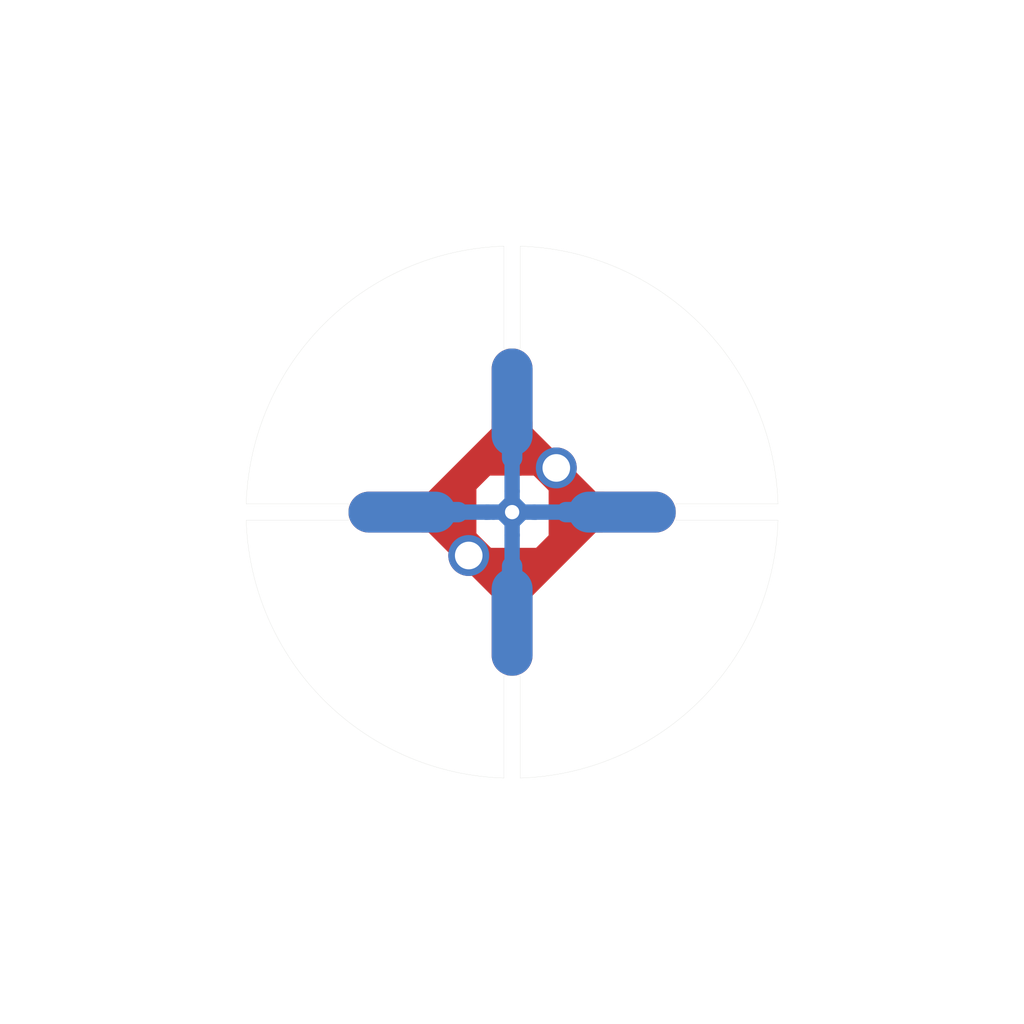
<source format=kicad_pcb>
(kicad_pcb (version 20171130) (host pcbnew "(5.1.6)-1")

  (general
    (thickness 1.6)
    (drawings 18)
    (tracks 136)
    (zones 0)
    (modules 5)
    (nets 3)
  )

  (page A4)
  (layers
    (0 F.Cu signal)
    (31 B.Cu signal)
    (32 B.Adhes user)
    (33 F.Adhes user)
    (34 B.Paste user)
    (35 F.Paste user)
    (36 B.SilkS user)
    (37 F.SilkS user)
    (38 B.Mask user)
    (39 F.Mask user)
    (40 Dwgs.User user)
    (41 Cmts.User user)
    (42 Eco1.User user)
    (43 Eco2.User user)
    (44 Edge.Cuts user)
    (45 Margin user)
    (46 B.CrtYd user hide)
    (47 F.CrtYd user hide)
    (48 B.Fab user hide)
    (49 F.Fab user hide)
  )

  (setup
    (last_trace_width 1.5)
    (user_trace_width 0.5)
    (user_trace_width 1)
    (user_trace_width 2)
    (trace_clearance 0.2)
    (zone_clearance 0.508)
    (zone_45_only no)
    (trace_min 0.2)
    (via_size 0.8)
    (via_drill 0.4)
    (via_min_size 0.4)
    (via_min_drill 0.3)
    (uvia_size 0.3)
    (uvia_drill 0.1)
    (uvias_allowed no)
    (uvia_min_size 0.2)
    (uvia_min_drill 0.1)
    (edge_width 0.02)
    (segment_width 0.2)
    (pcb_text_width 0.3)
    (pcb_text_size 1.5 1.5)
    (mod_edge_width 0.15)
    (mod_text_size 1 1)
    (mod_text_width 0.15)
    (pad_size 2.7 2.7)
    (pad_drill 2.7)
    (pad_to_mask_clearance 0.051)
    (solder_mask_min_width 0.25)
    (aux_axis_origin 0 0)
    (visible_elements 7EFFFF7F)
    (pcbplotparams
      (layerselection 0x01000_ffffffff)
      (usegerberextensions false)
      (usegerberattributes false)
      (usegerberadvancedattributes false)
      (creategerberjobfile false)
      (excludeedgelayer true)
      (linewidth 0.100000)
      (plotframeref false)
      (viasonmask false)
      (mode 1)
      (useauxorigin false)
      (hpglpennumber 1)
      (hpglpenspeed 20)
      (hpglpendiameter 15.000000)
      (psnegative false)
      (psa4output false)
      (plotreference true)
      (plotvalue true)
      (plotinvisibletext false)
      (padsonsilk false)
      (subtractmaskfromsilk false)
      (outputformat 1)
      (mirror false)
      (drillshape 0)
      (scaleselection 1)
      (outputdirectory "CAM/"))
  )

  (net 0 "")
  (net 1 /slot_r)
  (net 2 /slot_l)

  (net_class Default "This is the default net class."
    (clearance 0.2)
    (trace_width 1.5)
    (via_dia 0.8)
    (via_drill 0.4)
    (uvia_dia 0.3)
    (uvia_drill 0.1)
    (add_net /slot_l)
    (add_net /slot_r)
  )

  (module MountingHole:MountingHole_2.7mm_M2.5 (layer F.Cu) (tedit 5DF273BA) (tstamp 5F8E53F9)
    (at -15 -15 90)
    (descr "Mounting Hole 2.7mm, no annular, M2.5")
    (tags "mounting hole 2.7mm no annular m2.5")
    (attr virtual)
    (fp_text reference REF** (at 0 -3.7 90) (layer F.SilkS) hide
      (effects (font (size 1 1) (thickness 0.15)))
    )
    (fp_text value MountingHole_2.7mm_M2.5 (at 0 3.7 90) (layer F.Fab)
      (effects (font (size 1 1) (thickness 0.15)))
    )
    (fp_circle (center 0 0) (end 2.7 0) (layer Cmts.User) (width 0.15))
    (fp_circle (center 0 0) (end 2.95 0) (layer F.CrtYd) (width 0.05))
    (fp_text user %R (at 0.3 0 90) (layer F.Fab)
      (effects (font (size 1 1) (thickness 0.15)))
    )
    (pad 1 np_thru_hole circle (at 0 0 90) (size 2.7 2.7) (drill 2.7) (layers *.Cu *.Mask))
  )

  (module MountingHole:MountingHole_2.7mm_M2.5 (layer F.Cu) (tedit 5DF273BA) (tstamp 5F8E5C56)
    (at 15 -15)
    (descr "Mounting Hole 2.7mm, no annular, M2.5")
    (tags "mounting hole 2.7mm no annular m2.5")
    (attr virtual)
    (fp_text reference REF** (at 0 -3.7) (layer F.SilkS) hide
      (effects (font (size 1 1) (thickness 0.15)))
    )
    (fp_text value MountingHole_2.7mm_M2.5 (at 0 3.7) (layer F.Fab)
      (effects (font (size 1 1) (thickness 0.15)))
    )
    (fp_circle (center 0 0) (end 2.7 0) (layer Cmts.User) (width 0.15))
    (fp_circle (center 0 0) (end 2.95 0) (layer F.CrtYd) (width 0.05))
    (fp_text user %R (at 0.3 0) (layer F.Fab)
      (effects (font (size 1 1) (thickness 0.15)))
    )
    (pad 1 np_thru_hole circle (at 0 0) (size 2.7 2.7) (drill 2.7) (layers *.Cu *.Mask))
  )

  (module MountingHole:MountingHole_2.7mm_M2.5 (layer F.Cu) (tedit 5DF273BA) (tstamp 5F8E53F9)
    (at 15 15)
    (descr "Mounting Hole 2.7mm, no annular, M2.5")
    (tags "mounting hole 2.7mm no annular m2.5")
    (attr virtual)
    (fp_text reference REF** (at 0 -3.7) (layer F.SilkS) hide
      (effects (font (size 1 1) (thickness 0.15)))
    )
    (fp_text value MountingHole_2.7mm_M2.5 (at 0 3.7) (layer F.Fab)
      (effects (font (size 1 1) (thickness 0.15)))
    )
    (fp_circle (center 0 0) (end 2.7 0) (layer Cmts.User) (width 0.15))
    (fp_circle (center 0 0) (end 2.95 0) (layer F.CrtYd) (width 0.05))
    (fp_text user %R (at 0.3 0) (layer F.Fab)
      (effects (font (size 1 1) (thickness 0.15)))
    )
    (pad 1 np_thru_hole circle (at 0 0) (size 2.7 2.7) (drill 2.7) (layers *.Cu *.Mask))
  )

  (module eo-footprints:molex_sma_0732510250 (layer F.Cu) (tedit 5DF40F6D) (tstamp 5DF2D4E4)
    (at 0 0 45)
    (descr https://www.amphenolrf.com/downloads/dl/file/id/1793/product/2976/132134_14_customer_drawing.pdf)
    (tags "SMA THT Female Jack Vertical ExtendedLegs")
    (path /5DF2752D)
    (fp_text reference J1 (at 0.2 -3 45) (layer F.SilkS) hide
      (effects (font (size 1 1) (thickness 0.15)))
    )
    (fp_text value SMA_0732510250 (at 0.4 1 45) (layer F.Fab)
      (effects (font (size 1 1) (thickness 0.15)))
    )
    (fp_text user %R (at 0 -1 45) (layer F.Fab)
      (effects (font (size 1 1) (thickness 0.15)))
    )
    (pad 2 thru_hole circle (at -6 0 45) (size 4 4) (drill 2.7) (layers *.Cu *.Mask)
      (net 2 /slot_l))
    (pad 2 thru_hole circle (at 6.11 0 45) (size 4 4) (drill 2.7) (layers *.Cu *.Mask)
      (net 2 /slot_l))
    (pad 1 thru_hole circle (at 0 0 45) (size 2.1 2.1) (drill 1.4) (layers *.Cu *.Mask)
      (net 1 /slot_r))
    (model C:/Users/eric/Downloads/rosenberger-sma-2-hole-bulkhead-18-ghz-connector-1.snapshot.1/32K701-200E3.STEP
      (at (xyz 0 0 0))
      (scale (xyz 1 1 1))
      (rotate (xyz 0 0 0))
    )
  )

  (module MountingHole:MountingHole_2.7mm_M2.5 (layer F.Cu) (tedit 5DF273BA) (tstamp 5DF29128)
    (at -15 15)
    (descr "Mounting Hole 2.7mm, no annular, M2.5")
    (tags "mounting hole 2.7mm no annular m2.5")
    (attr virtual)
    (fp_text reference REF** (at 0 -3.7) (layer F.SilkS) hide
      (effects (font (size 1 1) (thickness 0.15)))
    )
    (fp_text value MountingHole_2.7mm_M2.5 (at 0 3.7) (layer F.Fab)
      (effects (font (size 1 1) (thickness 0.15)))
    )
    (fp_circle (center 0 0) (end 2.7 0) (layer Cmts.User) (width 0.15))
    (fp_circle (center 0 0) (end 2.95 0) (layer F.CrtYd) (width 0.05))
    (fp_text user %R (at 0.3 0) (layer F.Fab)
      (effects (font (size 1 1) (thickness 0.15)))
    )
    (pad 1 np_thru_hole circle (at 0 0) (size 2.7 2.7) (drill 2.7) (layers *.Cu *.Mask))
  )

  (gr_line (start 0.8 -16) (end -0.8 -16) (layer Edge.Cuts) (width 0.02))
  (gr_line (start -16 -0.8) (end -16 0.8) (layer Edge.Cuts) (width 0.02))
  (gr_line (start 0.8 16) (end -0.8 16) (layer Edge.Cuts) (width 0.02))
  (gr_line (start 16 -0.8) (end 16 0.8) (layer Edge.Cuts) (width 0.02))
  (gr_arc (start 0 0) (end 0.8 26) (angle -86.5) (layer Edge.Cuts) (width 0.02))
  (gr_arc (start 0 0) (end -26 0.8) (angle -86.5) (layer Edge.Cuts) (width 0.02))
  (gr_arc (start 0 0) (end -26 -0.8) (angle 86.5) (layer Edge.Cuts) (width 0.02))
  (gr_arc (start 0 0) (end 26 -0.8) (angle -86.5) (layer Edge.Cuts) (width 0.02))
  (gr_line (start -16 -0.8) (end -26 -0.8) (layer Edge.Cuts) (width 0.02))
  (gr_line (start -16 0.8) (end -26 0.8) (layer Edge.Cuts) (width 0.02))
  (gr_line (start 16 0.8) (end 26 0.8) (layer Edge.Cuts) (width 0.02))
  (gr_line (start 16 -0.8) (end 26 -0.8) (layer Edge.Cuts) (width 0.02))
  (gr_line (start -0.8 16) (end -0.8 26) (layer Edge.Cuts) (width 0.02))
  (gr_line (start 0.8 16) (end 0.8 26) (layer Edge.Cuts) (width 0.02))
  (gr_line (start -0.8 -16) (end -0.8 -26) (layer Edge.Cuts) (width 0.02))
  (gr_line (start 0.8 -16) (end 0.8 -26) (layer Edge.Cuts) (width 0.02))
  (gr_line (start 0 -50) (end 0 50) (layer Eco1.User) (width 0.15))
  (gr_line (start -50 0) (end 50 0) (layer Eco1.User) (width 0.15))

  (segment (start 7.5 0) (end 14 0) (width 4) (layer B.Cu) (net 1))
  (segment (start -7.5 0) (end -14 0) (width 4) (layer B.Cu) (net 1))
  (segment (start 0 7.5) (end 0 14) (width 4) (layer B.Cu) (net 1))
  (segment (start 0 -5.28998) (end 0.00001 -5.28999) (width 1.5) (layer B.Cu) (net 1))
  (segment (start 2.25 0) (end 5.28 0) (width 1.5) (layer B.Cu) (net 1))
  (segment (start 0 0) (end 2.25 0) (width 1.5) (layer B.Cu) (net 1))
  (segment (start 0 1) (end 1 0) (width 1.5) (layer B.Cu) (net 1))
  (segment (start 0 2.25) (end 0 5.28) (width 1.5) (layer B.Cu) (net 1))
  (segment (start 0 0) (end 0 2.25) (width 1.5) (layer B.Cu) (net 1))
  (segment (start -2.53 0) (end -2.25 0) (width 1.5) (layer B.Cu) (net 1))
  (segment (start -2.53 0) (end -5.28 0) (width 1.5) (layer B.Cu) (net 1))
  (segment (start -1 0) (end 0 1) (width 1.5) (layer B.Cu) (net 1))
  (segment (start -1 0) (end 0 -1) (width 1.5) (layer B.Cu) (net 1))
  (segment (start 0 -2.04) (end 0 -5.28998) (width 1.5) (layer B.Cu) (net 1))
  (segment (start -1 0) (end 0 -1) (width 1.5) (layer B.Cu) (net 1))
  (segment (start -1.84 0) (end -2.53 0) (width 1.5) (layer B.Cu) (net 1))
  (segment (start 0 0) (end -1.84 0) (width 1.5) (layer B.Cu) (net 1))
  (segment (start 0 0) (end 0 -2.04) (width 1.5) (layer B.Cu) (net 1))
  (segment (start 0 -1) (end 1 0) (width 1.5) (layer B.Cu) (net 1))
  (segment (start 2.25 0) (end 2.04 0) (width 1.5) (layer B.Cu) (net 1))
  (segment (start 0 -7.5) (end 0 -14) (width 4) (layer B.Cu) (net 1))
  (segment (start 7.5 0) (end 5.28 0) (width 2) (layer B.Cu) (net 1))
  (segment (start 0 -7.5) (end 0 -5.28998) (width 2) (layer B.Cu) (net 1))
  (segment (start -5.28 0) (end -7.5 0) (width 2) (layer B.Cu) (net 1))
  (segment (start 0 5.28) (end 0 7.5) (width 2) (layer B.Cu) (net 1))
  (segment (start 4.320422 4.222578) (end 4.316 4.227) (width 1.5) (layer F.Cu) (net 2))
  (segment (start 4.300359 4.242641) (end 4.320422 4.222578) (width 1.5) (layer F.Cu) (net 2))
  (segment (start -4.242641 -4.278641) (end -4.20086 -4.320422) (width 1.5) (layer F.Cu) (net 2))
  (segment (start 0.820422 -4.320422) (end 1.76001 -5.26001) (width 1.5) (layer F.Cu) (net 2))
  (segment (start 0.820422 -4.320422) (end 4.320422 -4.320422) (width 1.5) (layer F.Cu) (net 2))
  (segment (start 1.76001 -5.26001) (end 1.76001 -5.602351) (width 1.5) (layer F.Cu) (net 2))
  (segment (start 1.76001 -5.602351) (end 1.197649 -5.03999) (width 1.5) (layer F.Cu) (net 2))
  (segment (start 1.197649 -5.03999) (end -1.197649 -5.03999) (width 1.5) (layer F.Cu) (net 2))
  (segment (start -4.242641 0.257359) (end -4.242641 -0.4003) (width 1.5) (layer F.Cu) (net 2))
  (segment (start -4.242641 -0.4003) (end -5.602351 -1.76001) (width 1.5) (layer F.Cu) (net 2))
  (segment (start -4.242641 0.257359) (end -4.242641 -4.278641) (width 1.5) (layer F.Cu) (net 2))
  (segment (start -4.242641 4.242641) (end -4.242641 0.257359) (width 1.5) (layer F.Cu) (net 2))
  (segment (start -5.03999 1.197649) (end -5.602351 1.76001) (width 1.5) (layer F.Cu) (net 2))
  (segment (start -5.602351 -1.76001) (end -5.03999 -1.197649) (width 1.5) (layer F.Cu) (net 2))
  (segment (start -0.4003 4.242641) (end -1.76001 5.602351) (width 1.5) (layer F.Cu) (net 2))
  (segment (start 0.007359 4.242641) (end -0.4003 4.242641) (width 1.5) (layer F.Cu) (net 2))
  (segment (start 0.007359 4.242641) (end 4.300359 4.242641) (width 1.5) (layer F.Cu) (net 2))
  (segment (start -4.242641 4.242641) (end 0.007359 4.242641) (width 1.5) (layer F.Cu) (net 2))
  (segment (start 1.197649 5.03999) (end 1.76001 5.602351) (width 1.5) (layer F.Cu) (net 2))
  (segment (start -1.76001 5.602351) (end -1.197649 5.03999) (width 1.5) (layer F.Cu) (net 2))
  (segment (start 4.320422 0.478081) (end 5.602351 1.76001) (width 1.5) (layer F.Cu) (net 2))
  (segment (start 4.320422 -0.179578) (end 4.320422 0.478081) (width 1.5) (layer F.Cu) (net 2))
  (segment (start 4.320422 -4.320422) (end 4.320422 -0.179578) (width 1.5) (layer F.Cu) (net 2))
  (segment (start 5.03999 -1.197649) (end 5.602351 -1.76001) (width 1.5) (layer F.Cu) (net 2))
  (segment (start 5.602351 1.76001) (end 5.03999 1.197649) (width 1.5) (layer F.Cu) (net 2))
  (segment (start 5.03999 1.197649) (end 5.03999 -1.197649) (width 1.5) (layer F.Cu) (net 2))
  (segment (start -4.242641 -4.278641) (end -4.242641 -4.277379) (width 1.5) (layer F.Cu) (net 2))
  (segment (start -5.602351 -1.76001) (end -6.76001 -1.76001) (width 1.5) (layer F.Cu) (net 2))
  (segment (start -4.242641 -4.278641) (end -4.221359 -4.278641) (width 1.5) (layer F.Cu) (net 2))
  (segment (start -1.76001 -5.602351) (end -1.76001 -6.73999) (width 1.5) (layer F.Cu) (net 2))
  (segment (start -5.63501 -1.792669) (end -5.602351 -1.76001) (width 1.5) (layer F.Cu) (net 2))
  (segment (start -5.63501 -2.88501) (end -6.76001 -1.76001) (width 1.5) (layer F.Cu) (net 2))
  (segment (start -4.242641 -4.277379) (end -5.63501 -2.88501) (width 1.5) (layer F.Cu) (net 2))
  (segment (start -1.625 -5.125) (end -1.45383 -5.29617) (width 1.5) (layer F.Cu) (net 2))
  (segment (start -3.375 -5.125) (end -1.625 -5.125) (width 1.5) (layer F.Cu) (net 2))
  (segment (start -4.221359 -4.278641) (end -3.375 -5.125) (width 1.5) (layer F.Cu) (net 2))
  (segment (start -3.375 -5.125) (end -1.76001 -6.73999) (width 1.5) (layer F.Cu) (net 2))
  (segment (start -1.45383 -5.29617) (end -1.76001 -5.602351) (width 1.5) (layer F.Cu) (net 2))
  (segment (start -1.197649 -5.03999) (end -1.45383 -5.29617) (width 1.5) (layer F.Cu) (net 2))
  (segment (start 4.320422 -4.320422) (end 1.900854 -6.73999) (width 1.5) (layer F.Cu) (net 2))
  (segment (start 1.900854 -6.73999) (end 1.76001 -6.73999) (width 1.5) (layer F.Cu) (net 2))
  (segment (start 1.76001 -5.602351) (end 1.76001 -6.73999) (width 1.5) (layer F.Cu) (net 2))
  (segment (start 6.48999 -2.150854) (end 6.48999 -1.76001) (width 1.5) (layer F.Cu) (net 2))
  (segment (start 5.602351 -1.76001) (end 6.48999 -1.76001) (width 1.5) (layer F.Cu) (net 2))
  (segment (start 4.320422 -3.041939) (end 5.602351 -1.76001) (width 1.5) (layer F.Cu) (net 2))
  (segment (start 4.320422 -4.320422) (end 4.320422 -3.041939) (width 1.5) (layer F.Cu) (net 2))
  (segment (start 6.48999 -2.150854) (end 4.320422 -4.320422) (width 1.5) (layer F.Cu) (net 2))
  (segment (start 6.880834 -1.76001) (end 4.320422 -4.320422) (width 1.5) (layer F.Cu) (net 2))
  (segment (start 4.320422 4.222578) (end 4.320422 4.199598) (width 1.5) (layer F.Cu) (net 2))
  (segment (start 5.602351 1.76001) (end 6.76001 1.76001) (width 1.5) (layer F.Cu) (net 2))
  (segment (start 4.300359 4.242641) (end 4.257359 4.242641) (width 1.5) (layer F.Cu) (net 2))
  (segment (start 1.76001 5.602351) (end 1.76001 6.73999) (width 1.5) (layer F.Cu) (net 2))
  (segment (start 4.682783 2.679578) (end 5.602351 1.76001) (width 1.5) (layer F.Cu) (net 2))
  (segment (start 4.320422 2.679578) (end 4.682783 2.679578) (width 1.5) (layer F.Cu) (net 2))
  (segment (start 4.320422 2.679578) (end 4.320422 4.222578) (width 1.5) (layer F.Cu) (net 2))
  (segment (start 2.53999 5.03999) (end 3 5.5) (width 1.5) (layer F.Cu) (net 2))
  (segment (start 1.197649 5.03999) (end 2.53999 5.03999) (width 1.5) (layer F.Cu) (net 2))
  (segment (start 3 5.5) (end 1.76001 6.73999) (width 1.5) (layer F.Cu) (net 2))
  (segment (start -3.527379 4.242641) (end -1.76001 6.01001) (width 1.5) (layer F.Cu) (net 2))
  (segment (start -4.242641 4.242641) (end -3.527379 4.242641) (width 1.5) (layer F.Cu) (net 2))
  (segment (start -1.76001 5.602351) (end -1.76001 6.01001) (width 1.5) (layer F.Cu) (net 2))
  (segment (start -4.242641 4.242641) (end -1.76001 6.725272) (width 1.5) (layer F.Cu) (net 2))
  (segment (start -6.48999 1.995292) (end -4.242641 4.242641) (width 1.5) (layer F.Cu) (net 2))
  (segment (start -6.48999 1.76001) (end -6.48999 1.995292) (width 1.5) (layer F.Cu) (net 2))
  (segment (start -5.602351 1.76001) (end -6.48999 1.76001) (width 1.5) (layer F.Cu) (net 2))
  (segment (start -5.602351 2.882931) (end -4.242641 4.242641) (width 1.5) (layer F.Cu) (net 2))
  (segment (start -5.602351 1.76001) (end -5.602351 2.882931) (width 1.5) (layer F.Cu) (net 2))
  (segment (start -0.124527 -4.320422) (end -1.51001 -5.705905) (width 1) (layer F.Cu) (net 2))
  (segment (start 4.320422 -4.320422) (end -0.124527 -4.320422) (width 1) (layer F.Cu) (net 2))
  (segment (start 5.393544 -1.197649) (end 5.705905 -1.51001) (width 1) (layer F.Cu) (net 2))
  (segment (start 5.03999 -1.197649) (end 5.393544 -1.197649) (width 1) (layer F.Cu) (net 2))
  (segment (start 4.320422 0.124527) (end 5.705905 1.51001) (width 1) (layer F.Cu) (net 2))
  (segment (start 4.320422 0.478422) (end 4.320422 0.124527) (width 1) (layer F.Cu) (net 2))
  (segment (start 4.320422 -0.179578) (end 4.320422 0.478422) (width 1.5) (layer F.Cu) (net 2))
  (segment (start 0.820422 -4.320422) (end 1.51001 -5.01001) (width 1) (layer F.Cu) (net 2))
  (segment (start 1.51001 -5.01001) (end 1.51001 -5.705905) (width 1) (layer F.Cu) (net 2))
  (segment (start 0.604578 -4.320422) (end -0.124527 -4.320422) (width 1) (layer F.Cu) (net 2))
  (segment (start 0.604578 -4.320422) (end 0.820422 -4.320422) (width 1.5) (layer F.Cu) (net 2))
  (segment (start -4.20086 -4.320422) (end 0.604578 -4.320422) (width 1.5) (layer F.Cu) (net 2))
  (segment (start -5.03999 0.33701) (end -5.03999 0.844095) (width 1) (layer F.Cu) (net 2))
  (segment (start -5.03999 0.844095) (end -5.705905 1.51001) (width 1) (layer F.Cu) (net 2))
  (segment (start -5.03999 0.33701) (end -5.03999 1.197649) (width 1.5) (layer F.Cu) (net 2))
  (segment (start -5.03999 -1.197649) (end -5.03999 0.33701) (width 1.5) (layer F.Cu) (net 2))
  (segment (start -5.03999 -0.844095) (end -5.705905 -1.51001) (width 1) (layer F.Cu) (net 2))
  (segment (start -5.03999 0.33701) (end -5.03999 -0.844095) (width 1) (layer F.Cu) (net 2))
  (segment (start 0.12299 5.03999) (end 0.844095 5.03999) (width 1) (layer F.Cu) (net 2))
  (segment (start 0.12299 5.03999) (end 1.197649 5.03999) (width 1.5) (layer F.Cu) (net 2))
  (segment (start 0.844095 5.03999) (end 1.51001 5.705905) (width 1) (layer F.Cu) (net 2))
  (segment (start -1.197649 5.03999) (end 0.12299 5.03999) (width 1.5) (layer F.Cu) (net 2))
  (segment (start -0.844095 5.03999) (end -1.51001 5.705905) (width 1) (layer F.Cu) (net 2))
  (segment (start 0.12299 5.03999) (end -0.844095 5.03999) (width 1) (layer F.Cu) (net 2))
  (segment (start -0.45 6.175) (end -6.45 0.175) (width 1.5) (layer F.Cu) (net 2))
  (segment (start -6.55 -0.25) (end -0.55 -6.25) (width 1.5) (layer F.Cu) (net 2))
  (segment (start 0.375 -6.375) (end 6.375 -0.375) (width 1.5) (layer F.Cu) (net 2))
  (segment (start -0.75 8) (end -8.75 0) (width 2) (layer F.Cu) (net 2))
  (segment (start 0 8) (end -0.75 8) (width 2) (layer F.Cu) (net 2))
  (segment (start 0 6) (end 0 8) (width 4) (layer F.Cu) (net 2))
  (segment (start 0 6) (end 0 14) (width 4) (layer F.Cu) (net 2))
  (segment (start -6 0) (end -8.75 0) (width 4) (layer F.Cu) (net 2))
  (segment (start -6 0) (end -14 0) (width 4) (layer F.Cu) (net 2))
  (segment (start -8.75 0) (end 0 -8.75) (width 2) (layer F.Cu) (net 2))
  (segment (start 0 -6) (end 0 -8.75) (width 4) (layer F.Cu) (net 2))
  (segment (start 0 -6) (end 0 -14) (width 4) (layer F.Cu) (net 2))
  (segment (start 0 -8.75) (end 8.75 0) (width 2) (layer F.Cu) (net 2))
  (segment (start 6 0) (end 8.75 0) (width 4) (layer F.Cu) (net 2))
  (segment (start 6 0) (end 14 0) (width 4) (layer F.Cu) (net 2))
  (segment (start 0 8.75) (end 8.75 0) (width 2) (layer F.Cu) (net 2))
  (segment (start 4.320422 0.478422) (end 4.320422 2.679578) (width 1.5) (layer F.Cu) (net 2))
  (segment (start -5.63501 -2.88501) (end -5.63501 -1.792669) (width 1.5) (layer F.Cu) (net 2))
  (segment (start 4.257359 4.242641) (end 3 5.5) (width 1.5) (layer F.Cu) (net 2))
  (segment (start 6.375 0.525) (end 0.375 6.525) (width 1.5) (layer F.Cu) (net 2))

)

</source>
